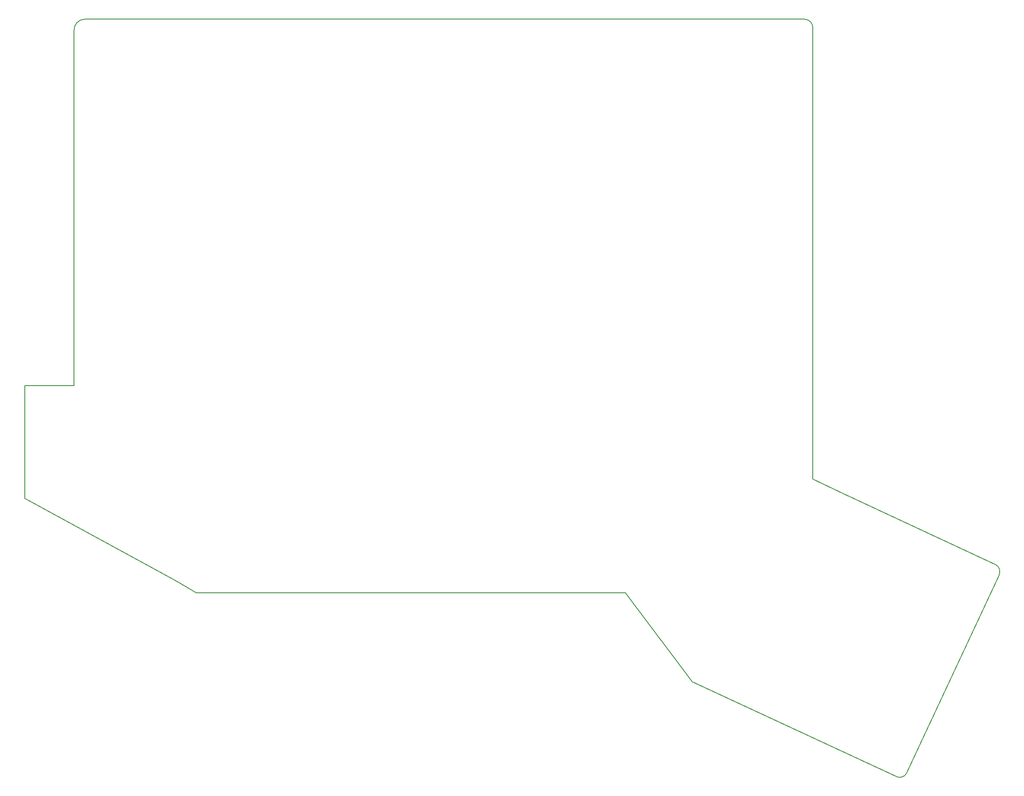
<source format=gbr>
G04 #@! TF.GenerationSoftware,KiCad,Pcbnew,(5.1.5)-3*
G04 #@! TF.CreationDate,2020-06-21T18:11:26+05:30*
G04 #@! TF.ProjectId,ergocape,6572676f-6361-4706-952e-6b696361645f,rev?*
G04 #@! TF.SameCoordinates,Original*
G04 #@! TF.FileFunction,Profile,NP*
%FSLAX46Y46*%
G04 Gerber Fmt 4.6, Leading zero omitted, Abs format (unit mm)*
G04 Created by KiCad (PCBNEW (5.1.5)-3) date 2020-06-21 18:11:26*
%MOMM*%
%LPD*%
G04 APERTURE LIST*
%ADD10C,0.150000*%
%ADD11C,0.200000*%
G04 APERTURE END LIST*
D10*
X149966590Y-143948457D02*
X137150000Y-127000000D01*
X178795667Y-107992564D02*
X172948600Y-105181400D01*
X172951400Y-103212900D02*
X172948600Y-105181400D01*
X207860777Y-121545847D02*
X178795667Y-107992564D01*
X207860777Y-121545847D02*
G75*
G02X208585634Y-123537376I-633336J-1358193D01*
G01*
X188939819Y-162121972D02*
X149966590Y-143948457D01*
X190931348Y-161397115D02*
G75*
G02X188939819Y-162121972I-1358193J633336D01*
G01*
X208585634Y-123537376D02*
X190931348Y-161397115D01*
X172951400Y-18821400D02*
X172951400Y-103212900D01*
X171402000Y-17272000D02*
G75*
G02X172951400Y-18821400I0J-1549400D01*
G01*
X31750461Y-19354160D02*
G75*
G02X33756601Y-17272001I2031539J50160D01*
G01*
X33756601Y-17272001D02*
X39370000Y-17272000D01*
D11*
X31750461Y-19354160D02*
X31750000Y-87376000D01*
X22352000Y-87376000D02*
X31750000Y-87376000D01*
X22352000Y-87503000D02*
X22352000Y-87376000D01*
X22352000Y-98044000D02*
X22352000Y-87503000D01*
D10*
X157988000Y-17272000D02*
X171402000Y-17272000D01*
X147574000Y-17272000D02*
X157988000Y-17272000D01*
X136906000Y-17272000D02*
X147574000Y-17272000D01*
X127000000Y-17272000D02*
X136906000Y-17272000D01*
X127000000Y-17272000D02*
X39370000Y-17272000D01*
X22352000Y-108966000D02*
X22860000Y-109220000D01*
X22352000Y-106426000D02*
X22352000Y-108966000D01*
X22352000Y-98044000D02*
X22352000Y-106426000D01*
X55118000Y-127000000D02*
X55880000Y-127000000D01*
X53848000Y-126238000D02*
X55118000Y-127000000D01*
X50800000Y-124460000D02*
X53848000Y-126238000D01*
X55880000Y-127000000D02*
X137150000Y-127000000D01*
X22860000Y-109220000D02*
X50800000Y-124460000D01*
M02*

</source>
